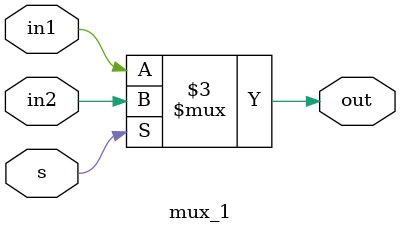
<source format=v>
module mux_1(out, s, in1, in2);

input s;
input in1;
input in2;

output out;

wire s;
wire in1;
wire in2;

reg out;

always @ (s or in1 or in2) begin
	
	if (s)
		out <= in2;
	else
		out <= in1;
end
endmodule

</source>
